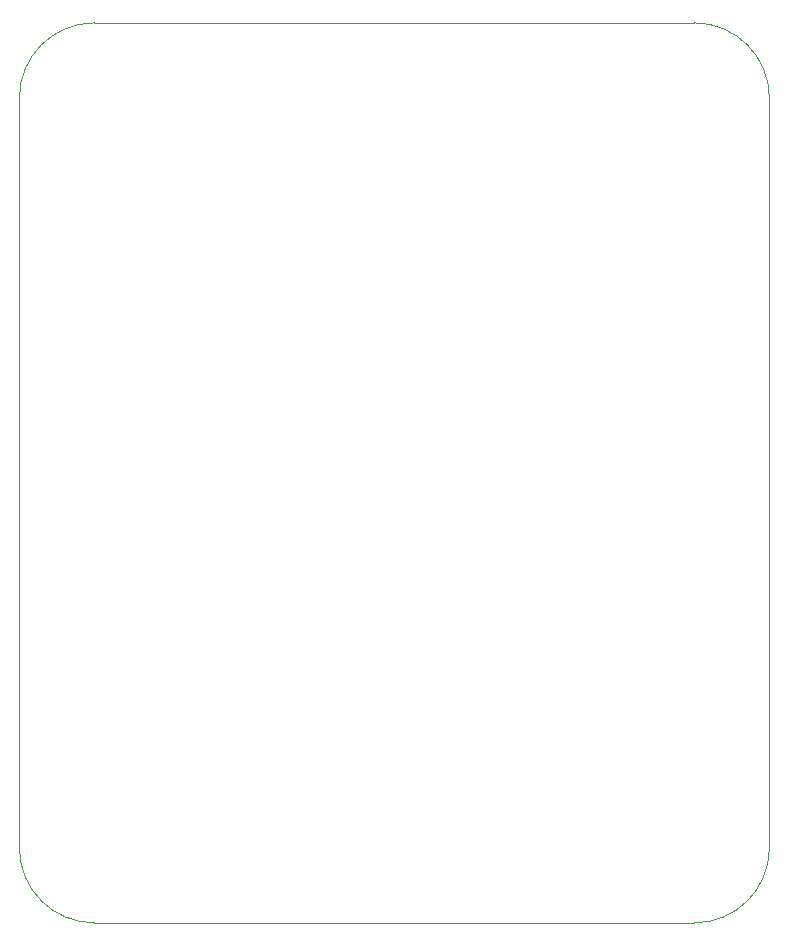
<source format=gbr>
%TF.GenerationSoftware,KiCad,Pcbnew,7.0.8*%
%TF.CreationDate,2024-08-14T14:07:49-06:00*%
%TF.ProjectId,blackpill_carrier,626c6163-6b70-4696-9c6c-5f6361727269,1.0*%
%TF.SameCoordinates,Original*%
%TF.FileFunction,Profile,NP*%
%FSLAX46Y46*%
G04 Gerber Fmt 4.6, Leading zero omitted, Abs format (unit mm)*
G04 Created by KiCad (PCBNEW 7.0.8) date 2024-08-14 14:07:49*
%MOMM*%
%LPD*%
G01*
G04 APERTURE LIST*
%TA.AperFunction,Profile*%
%ADD10C,0.100000*%
%TD*%
G04 APERTURE END LIST*
D10*
X157861000Y-74549000D02*
G75*
G03*
X151511000Y-68199000I-6350000J0D01*
G01*
X100711000Y-68199000D02*
G75*
G03*
X94361000Y-74549000I0J-6350000D01*
G01*
X151511000Y-144399000D02*
G75*
G03*
X157861000Y-138049000I0J6350000D01*
G01*
X100711000Y-68199000D02*
X151511000Y-68199000D01*
X151511000Y-144399000D02*
X100711000Y-144399000D01*
X157861000Y-74549000D02*
X157861000Y-138049000D01*
X94361000Y-138049000D02*
G75*
G03*
X100711000Y-144399000I6350000J0D01*
G01*
X94361000Y-138049000D02*
X94361000Y-74549000D01*
M02*

</source>
